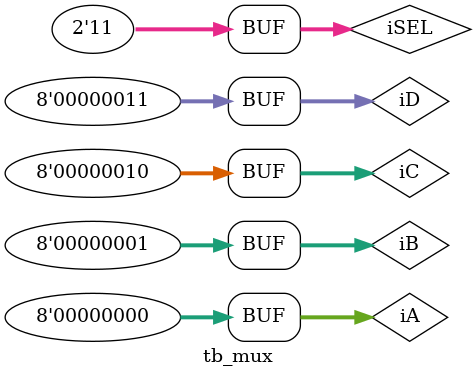
<source format=v>
`timescale  1ns/10ps


module  tb_mux;
    reg    [7:0] iA, iB, iC, iD;
    reg    [1:0] iSEL;
    wire   [7:0] oOUT;
    // °ËÁõÇÒ ¸ðµâ(mux)À» ÀÌ¸§¿¡ ÀÇÇÑ ¸ÊÇÎ »ç¿ëÇÏ¿© ÀÎ½ºÅÏ½ºÈ­
    mux U0 (
      .iA     (iA),      // 8ºñÆ® ÀÔ·Â
      .iB     (iB),      // 8ºñÆ® ÀÔ·Â
      .iC     (iC),      // 8ºñÆ® ÀÔ·Â
      .iD     (iD),      // 8ºñÆ® ÀÔ·Â
      .iSEL   (iSEL),    // 2ºñÆ® ÀÔ·Â
      .oOUT    (oOUT));   // 8ºñÆ® Ãâ·Â
      
    // ÀÔ·Â½ÅÈ£ÀÇ »ý¼º
    initial begin
      iA = 8'h00; iB= 8'h01; iC= 8'h02; iD= 8'h03; iSEL= 2'b00; #100;   
      iA = 8'h00; iB= 8'h01; iC= 8'h02; iD= 8'h03; iSEL= 2'b01; #100;   
      iA = 8'h00; iB= 8'h01; iC= 8'h02; iD= 8'h03; iSEL= 2'b10; #100;   
      iA = 8'h00; iB= 8'h01; iC= 8'h02; iD= 8'h03; iSEL= 2'b11; #100;   
    end    
endmodule


</source>
